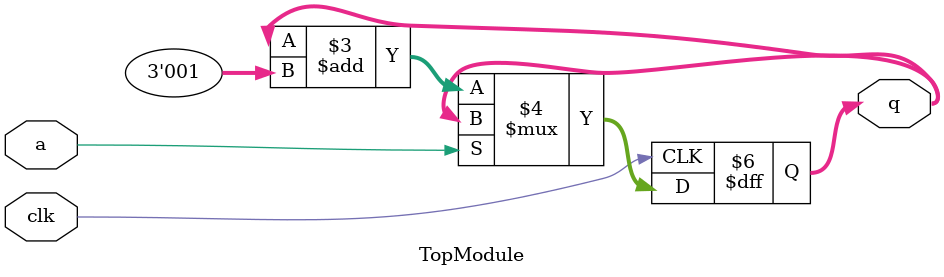
<source format=sv>
module TopModule (
    input  logic clk,
    input  logic a,
    output logic [2:0] q
);

    always_ff @(posedge clk) begin
        if (a == 1'b0) begin
            q <= q + 3'b001;
        end
    end

endmodule
</source>
